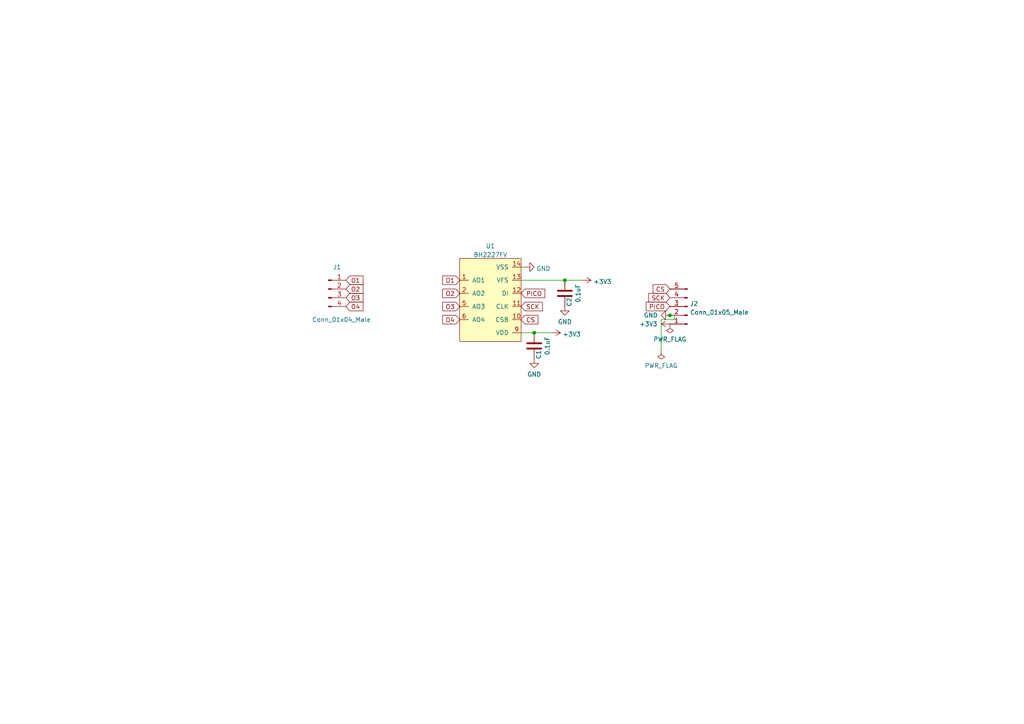
<source format=kicad_sch>
(kicad_sch (version 20211123) (generator eeschema)
  (paper "A4")
  (lib_symbols
    (symbol "Connector:Conn_01x04_Male" (pin_names (offset 1.016) hide)
      (property "Reference" "J" (at 0 5.08 0))
      (property "Value" "Conn_01x04_Male" (at 0 -7.62 0))
      (symbol "Conn_01x04_Male_1_1"
        (polyline (pts (xy 1.27 -5.08) (xy 0.8636 -5.08)) (stroke (width 0.1524)))
        (polyline (pts (xy 1.27 -2.54) (xy 0.8636 -2.54)) (stroke (width 0.1524)))
        (polyline (pts (xy 1.27 0) (xy 0.8636 0)) (stroke (width 0.1524)))
        (polyline (pts (xy 1.27 2.54) (xy 0.8636 2.54)) (stroke (width 0.1524)))
        (rectangle (start 0.8636 -4.953) (end 0 -5.207) (stroke (width 0.1524)) (fill (type outline)))
        (rectangle (start 0.8636 -2.413) (end 0 -2.667) (stroke (width 0.1524)) (fill (type outline)))
        (rectangle (start 0.8636 0.127) (end 0 -0.127) (stroke (width 0.1524)) (fill (type outline)))
        (rectangle (start 0.8636 2.667) (end 0 2.413) (stroke (width 0.1524)) (fill (type outline)))
        (pin passive line (at 5.08 2.54 180) (length 3.81) (name "Pin_1") (number "1"))
        (pin passive line (at 5.08 0 180) (length 3.81) (name "Pin_2") (number "2"))
        (pin passive line (at 5.08 -2.54 180) (length 3.81) (name "Pin_3") (number "3"))
        (pin passive line (at 5.08 -5.08 180) (length 3.81) (name "Pin_4") (number "4"))
      )
    )
    (symbol "Connector:Conn_01x05_Male" (pin_names (offset 1.016) hide)
      (property "Reference" "J" (at 0 7.62 0))
      (property "Value" "Conn_01x05_Male" (at 0 -7.62 0))
      (symbol "Conn_01x05_Male_1_1"
        (polyline (pts (xy 1.27 -5.08) (xy 0.8636 -5.08)) (stroke (width 0.1524)))
        (polyline (pts (xy 1.27 -2.54) (xy 0.8636 -2.54)) (stroke (width 0.1524)))
        (polyline (pts (xy 1.27 0) (xy 0.8636 0)) (stroke (width 0.1524)))
        (polyline (pts (xy 1.27 2.54) (xy 0.8636 2.54)) (stroke (width 0.1524)))
        (polyline (pts (xy 1.27 5.08) (xy 0.8636 5.08)) (stroke (width 0.1524)))
        (rectangle (start 0.8636 -4.953) (end 0 -5.207) (stroke (width 0.1524)) (fill (type outline)))
        (rectangle (start 0.8636 -2.413) (end 0 -2.667) (stroke (width 0.1524)) (fill (type outline)))
        (rectangle (start 0.8636 0.127) (end 0 -0.127) (stroke (width 0.1524)) (fill (type outline)))
        (rectangle (start 0.8636 2.667) (end 0 2.413) (stroke (width 0.1524)) (fill (type outline)))
        (rectangle (start 0.8636 5.207) (end 0 4.953) (stroke (width 0.1524)) (fill (type outline)))
        (pin passive line (at 5.08 5.08 180) (length 3.81) (name "Pin_1") (number "1"))
        (pin passive line (at 5.08 2.54 180) (length 3.81) (name "Pin_2") (number "2"))
        (pin passive line (at 5.08 0 180) (length 3.81) (name "Pin_3") (number "3"))
        (pin passive line (at 5.08 -2.54 180) (length 3.81) (name "Pin_4") (number "4"))
        (pin passive line (at 5.08 -5.08 180) (length 3.81) (name "Pin_5") (number "5"))
      )
    )
    (symbol "Device:C" (pin_numbers hide) (pin_names (offset 0.254))
      (property "Reference" "C" (at 0.635 2.54 0))
      (property "Value" "C" (at 0.635 -2.54 0))
      (symbol "C_0_1"
        (polyline (pts (xy -2.032 -0.762) (xy 2.032 -0.762)) (stroke (width 0.508)))
        (polyline (pts (xy -2.032 0.762) (xy 2.032 0.762)) (stroke (width 0.508)))
      )
      (symbol "C_1_1"
        (pin passive line (at 0 3.81 270) (length 2.794) (name "~") (number "1"))
        (pin passive line (at 0 -3.81 90) (length 2.794) (name "~") (number "2"))
      )
    )
    (symbol "asmr-kicad:BH2227FV" (pin_names (offset 1.016))
      (property "Reference" "U" (at -7.62 15.24 0))
      (property "Value" "BH2227FV" (at -3.81 12.7 0))
      (symbol "BH2227FV_0_1"
        (rectangle (start -8.89 11.43) (end 8.89 -12.7) (fill (type background)))
      )
      (symbol "BH2227FV_1_1"
        (pin output line (at -8.89 5.08 0) (length 2.54) (name "AO1") (number "1"))
        (pin input line (at 8.89 -6.35 180) (length 2.54) (name "CSB") (number "10"))
        (pin input line (at 8.89 -2.54 180) (length 2.54) (name "CLK") (number "11"))
        (pin input line (at 8.89 1.27 180) (length 2.54) (name "DI") (number "12"))
        (pin input line (at 8.89 5.08 180) (length 2.54) (name "VFS") (number "13"))
        (pin input line (at 8.89 8.89 180) (length 2.54) (name "VSS") (number "14"))
        (pin output line (at -8.89 1.27 0) (length 2.54) (name "AO2") (number "2"))
        (pin output line (at -8.89 -2.54 0) (length 2.54) (name "AO3") (number "5"))
        (pin output line (at -8.89 -6.35 0) (length 2.54) (name "AO4") (number "6"))
        (pin input line (at 8.89 -10.16 180) (length 2.54) (name "VDD") (number "9"))
      )
    )
    (symbol "power:+3.3V" (power) (pin_names (offset 0))
      (property "Value" "+3.3V" (at 0 3.556 0))
      (symbol "+3.3V_0_1"
        (polyline (pts (xy -0.762 1.27) (xy 0 2.54)))
        (polyline (pts (xy 0 0) (xy 0 2.54)))
        (polyline (pts (xy 0 2.54) (xy 0.762 1.27)))
      )
      (symbol "+3.3V_1_1"
        (pin power_in line (at 0 0 90) (length 0) hide (name "+3V3") (number "1"))
      )
    )
    (symbol "power:GND" (power) (pin_names (offset 0))
      (property "Value" "GND" (at 0 -3.81 0))
      (symbol "GND_0_1"
        (polyline (pts (xy 0 0) (xy 0 -1.27) (xy 1.27 -1.27) (xy 0 -2.54) (xy -1.27 -1.27) (xy 0 -1.27)))
      )
      (symbol "GND_1_1"
        (pin power_in line (at 0 0 270) (length 0) hide (name "GND") (number "1"))
      )
    )
    (symbol "power:PWR_FLAG" (power) (pin_numbers hide) (pin_names (offset 0) hide)
      (property "Value" "PWR_FLAG" (at 0 3.81 0))
      (symbol "PWR_FLAG_0_0"
        (pin power_out line (at 0 0 90) (length 0) (name "pwr") (number "1"))
      )
      (symbol "PWR_FLAG_0_1"
        (polyline (pts (xy 0 0) (xy 0 1.27) (xy -1.016 1.905) (xy 0 2.54) (xy 1.016 1.905) (xy 0 1.27)))
      )
    )
  )
  (junction (at 194.31 91.44))
  (junction (at 163.83 81.28))
  (junction (at 154.94 96.52))
  (wire (pts (xy 191.77 101.6) (xy 191.77 92.71)))
  (wire (pts (xy 168.91 81.28) (xy 163.83 81.28)))
  (wire (pts (xy 191.77 92.71) (xy 195.58 92.71)))
  (wire (pts (xy 151.13 77.47) (xy 152.4 77.47)))
  (wire (pts (xy 195.58 92.71) (xy 195.58 91.44)))
  (wire (pts (xy 195.58 91.44) (xy 194.31 91.44)))
  (wire (pts (xy 151.13 81.28) (xy 163.83 81.28)))
  (wire (pts (xy 160.02 96.52) (xy 154.94 96.52)))
  (wire (pts (xy 151.13 96.52) (xy 154.94 96.52)))
  (global_label "O3" (shape input) (at 133.35 88.9 180) (property "Intersheet References" "${INTERSHEET_REFS}" (effects hide)))
  (global_label "O3" (shape input) (at 100.33 86.36 0) (property "Intersheet References" "${INTERSHEET_REFS}" (effects hide)))
  (global_label "O1" (shape input) (at 133.35 81.28 180) (property "Intersheet References" "${INTERSHEET_REFS}" (effects hide)))
  (global_label "O1" (shape input) (at 100.33 81.28 0) (property "Intersheet References" "${INTERSHEET_REFS}" (effects hide)))
  (global_label "O4" (shape input) (at 100.33 88.9 0) (property "Intersheet References" "${INTERSHEET_REFS}" (effects hide)))
  (global_label "SCK" (shape input) (at 194.31 86.36 180) (property "Intersheet References" "${INTERSHEET_REFS}" (effects hide)))
  (global_label "O2" (shape input) (at 133.35 85.09 180) (property "Intersheet References" "${INTERSHEET_REFS}" (effects hide)))
  (global_label "O4" (shape input) (at 133.35 92.71 180) (property "Intersheet References" "${INTERSHEET_REFS}" (effects hide)))
  (global_label "O2" (shape input) (at 100.33 83.82 0) (property "Intersheet References" "${INTERSHEET_REFS}" (effects hide)))
  (global_label "CS" (shape input) (at 194.31 83.82 180) (property "Intersheet References" "${INTERSHEET_REFS}" (effects hide)))
  (global_label "SCK" (shape input) (at 151.13 88.9 0) (property "Intersheet References" "${INTERSHEET_REFS}" (effects hide)))
  (global_label "PICO" (shape input) (at 194.31 88.9 180) (property "Intersheet References" "${INTERSHEET_REFS}" (effects hide)))
  (global_label "CS" (shape input) (at 151.13 92.71 0) (property "Intersheet References" "${INTERSHEET_REFS}" (effects hide)))
  (global_label "PICO" (shape input) (at 151.13 85.09 0) (property "Intersheet References" "${INTERSHEET_REFS}" (effects hide)))
  (symbol (lib_id "power:+3.3V") (at 168.91 81.28 270) (unit 1)
    (property "Reference" "#PWR05" (effects hide))
    (property "Value" "+3.3V" (at 172.085 81.7138 90) (effects (justify left)))
  )
  (symbol (lib_id "Connector:Conn_01x04_Male") (at 95.25 83.82 0) (unit 1)
    (property "Reference" "J1" (at 97.79 77.47 0))
    (property "Value" "Conn_01x04_Male" (at 99.06 92.71 0))
    (property "Footprint" "Connector_PinHeader_2.54mm:PinHeader_1x04_P2.54mm_Vertical" (effects hide))
  )
  (symbol (lib_id "power:GND") (at 154.94 104.14 0) (unit 1)
    (property "Reference" "#PWR02" (effects hide))
    (property "Value" "GND" (at 154.94 108.5834 0))
  )
  (symbol (lib_id "power:GND") (at 152.4 77.47 90) (unit 1)
    (property "Reference" "#PWR01" (effects hide))
    (property "Value" "GND" (at 155.575 77.9038 90) (effects (justify right)))
  )
  (symbol (lib_id "Device:C") (at 154.94 100.33 180) (unit 1)
    (property "Reference" "C1" (at 156.21 102.87 90))
    (property "Value" "0.1uF" (at 158.75 100.33 90))
    (property "Footprint" "Capacitor_SMD:C_0402_1005Metric" (effects hide))
  )
  (symbol (lib_id "power:GND") (at 163.83 88.9 0) (unit 1)
    (property "Reference" "#PWR04" (effects hide))
    (property "Value" "GND" (at 163.83 93.3434 0))
  )
  (symbol (lib_id "Connector:Conn_01x05_Male") (at 199.39 88.9 180) (unit 1)
    (property "Reference" "J2" (at 200.1012 88.0653 0) (effects (justify right)))
    (property "Value" "Conn_01x05_Male" (at 200.1012 90.6022 0) (effects (justify right)))
    (property "Footprint" "Connector_PinHeader_2.54mm:PinHeader_1x05_P2.54mm_Vertical" (effects hide))
  )
  (symbol (lib_id "asmr-kicad:BH2227FV") (at 142.24 86.36 0) (unit 1)
    (property "Reference" "U1" (at 142.24 71.3572 0))
    (property "Value" "BH2227FV" (at 142.24 73.8941 0))
    (property "Footprint" "Package_SO:SSOP-14_5.3x6.2mm_P0.65mm" (effects hide))
    (property "Datasheet" "https://www.mouser.com/datasheet/2/348/bh2227fv-e-1873713.pdf" (effects hide))
  )
  (symbol (lib_id "power:GND") (at 194.31 91.44 270) (unit 1)
    (property "Reference" "#PWR06" (effects hide))
    (property "Value" "GND" (at 186.69 91.44 90) (effects (justify left)))
  )
  (symbol (lib_id "power:PWR_FLAG") (at 194.31 93.98 180) (unit 1)
    (property "Reference" "#FLG0101" (effects hide))
    (property "Value" "PWR_FLAG" (at 194.31 98.4234 0))
  )
  (symbol (lib_id "power:+3.3V") (at 194.31 93.98 90) (unit 1)
    (property "Reference" "#PWR07" (effects hide))
    (property "Value" "+3.3V" (at 185.42 93.98 90) (effects (justify right)))
  )
  (symbol (lib_id "Device:C") (at 163.83 85.09 180) (unit 1)
    (property "Reference" "C2" (at 165.1 87.63 90))
    (property "Value" "0.1uF" (at 167.64 85.09 90))
    (property "Footprint" "Capacitor_SMD:C_0402_1005Metric" (effects hide))
  )
  (symbol (lib_id "power:PWR_FLAG") (at 191.77 101.6 180) (unit 1)
    (property "Reference" "#FLG0102" (effects hide))
    (property "Value" "PWR_FLAG" (at 191.77 106.0434 0))
  )
  (symbol (lib_id "power:+3.3V") (at 160.02 96.52 270) (unit 1)
    (property "Reference" "#PWR03" (effects hide))
    (property "Value" "+3.3V" (at 163.195 96.9538 90) (effects (justify left)))
  )
)
</source>
